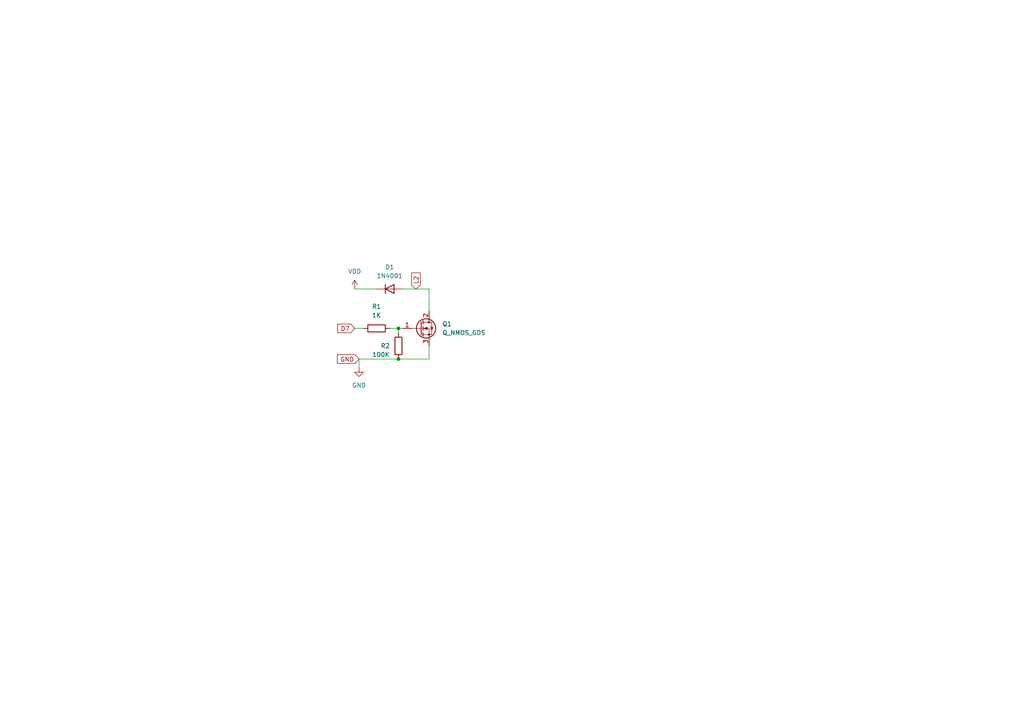
<source format=kicad_sch>
(kicad_sch (version 20230121) (generator eeschema)
  (paper "A4")
  (lib_symbols
    (symbol "Device:Q_NMOS_GDS" (pin_names (offset 0) hide)
      (property "Reference" "Q" (at 5.08 1.27 0))
      (property "Value" "Q_NMOS_GDS" (at 5.08 -1.27 0))
      (symbol "Q_NMOS_GDS_0_1"
        (polyline (pts (xy 0.254 0) (xy -2.54 0)))
        (polyline (pts (xy 0.254 1.905) (xy 0.254 -1.905)) (stroke (width 0.254)))
        (polyline (pts (xy 0.762 -1.27) (xy 0.762 -2.286)) (stroke (width 0.254)))
        (polyline (pts (xy 0.762 0.508) (xy 0.762 -0.508)) (stroke (width 0.254)))
        (polyline (pts (xy 0.762 2.286) (xy 0.762 1.27)) (stroke (width 0.254)))
        (polyline (pts (xy 2.54 2.54) (xy 2.54 1.778)))
        (polyline (pts (xy 2.54 -2.54) (xy 2.54 0) (xy 0.762 0)))
        (polyline (pts (xy 0.762 -1.778) (xy 3.302 -1.778) (xy 3.302 1.778) (xy 0.762 1.778)))
        (polyline (pts (xy 1.016 0) (xy 2.032 0.381) (xy 2.032 -0.381) (xy 1.016 0)) (fill (type outline)))
        (polyline (pts (xy 2.794 0.508) (xy 2.921 0.381) (xy 3.683 0.381) (xy 3.81 0.254)))
        (polyline (pts (xy 3.302 0.381) (xy 2.921 -0.254) (xy 3.683 -0.254) (xy 3.302 0.381)))
        (circle (center 1.651 0) (radius 2.794) (stroke (width 0.254)))
        (circle (center 2.54 -1.778) (radius 0.254) (fill (type outline)))
        (circle (center 2.54 1.778) (radius 0.254) (fill (type outline)))
      )
      (symbol "Q_NMOS_GDS_1_1"
        (pin input line (at -5.08 0 0) (length 2.54) (name "G") (number "1"))
        (pin passive line (at 2.54 5.08 270) (length 2.54) (name "D") (number "2"))
        (pin passive line (at 2.54 -5.08 90) (length 2.54) (name "S") (number "3"))
      )
    )
    (symbol "Device:R" (pin_numbers hide) (pin_names (offset 0))
      (property "Reference" "R" (at 2.032 0 90))
      (property "Value" "R" (at 0 0 90))
      (symbol "R_0_1"
        (rectangle (start -1.016 -2.54) (end 1.016 2.54) (stroke (width 0.254)))
      )
      (symbol "R_1_1"
        (pin passive line (at 0 3.81 270) (length 1.27) (name "~") (number "1"))
        (pin passive line (at 0 -3.81 90) (length 1.27) (name "~") (number "2"))
      )
    )
    (symbol "Diode:1N4001" (pin_numbers hide) (pin_names hide)
      (property "Reference" "D" (at 0 2.54 0))
      (property "Value" "1N4001" (at 0 -2.54 0))
      (symbol "1N4001_0_1"
        (polyline (pts (xy -1.27 1.27) (xy -1.27 -1.27)) (stroke (width 0.254)))
        (polyline (pts (xy 1.27 0) (xy -1.27 0)))
        (polyline (pts (xy 1.27 1.27) (xy 1.27 -1.27) (xy -1.27 0) (xy 1.27 1.27)) (stroke (width 0.254)))
      )
      (symbol "1N4001_1_1"
        (pin passive line (at -3.81 0 0) (length 2.54) (name "K") (number "1"))
        (pin passive line (at 3.81 0 180) (length 2.54) (name "A") (number "2"))
      )
    )
    (symbol "power:GND" (power) (pin_names (offset 0))
      (property "Value" "GND" (at 0 -3.81 0))
      (symbol "GND_0_1"
        (polyline (pts (xy 0 0) (xy 0 -1.27) (xy 1.27 -1.27) (xy 0 -2.54) (xy -1.27 -1.27) (xy 0 -1.27)))
      )
      (symbol "GND_1_1"
        (pin power_in line (at 0 0 270) (length 0) hide (name "GND") (number "1"))
      )
    )
    (symbol "power:VDD" (power) (pin_names (offset 0))
      (property "Value" "VDD" (at 0 3.81 0))
      (symbol "VDD_0_1"
        (polyline (pts (xy -0.762 1.27) (xy 0 2.54)))
        (polyline (pts (xy 0 0) (xy 0 2.54)))
        (polyline (pts (xy 0 2.54) (xy 0.762 1.27)))
      )
      (symbol "VDD_1_1"
        (pin power_in line (at 0 0 90) (length 0) hide (name "VDD") (number "1"))
      )
    )
  )
  (junction (at 115.57 104.14))
  (junction (at 115.57 95.25))
  (wire (pts (xy 115.57 104.14) (xy 124.46 104.14)))
  (wire (pts (xy 104.14 104.14) (xy 115.57 104.14)))
  (wire (pts (xy 115.57 95.25) (xy 116.84 95.25)))
  (wire (pts (xy 124.46 100.33) (xy 124.46 104.14)))
  (wire (pts (xy 102.87 95.25) (xy 105.41 95.25)))
  (wire (pts (xy 102.87 83.82) (xy 109.22 83.82)))
  (wire (pts (xy 124.46 83.82) (xy 124.46 90.17)))
  (wire (pts (xy 113.03 95.25) (xy 115.57 95.25)))
  (wire (pts (xy 116.84 83.82) (xy 124.46 83.82)))
  (wire (pts (xy 115.57 95.25) (xy 115.57 96.52)))
  (wire (pts (xy 104.14 106.68) (xy 104.14 104.14)))
  (global_label "D7" (shape input) (at 102.87 95.25 180) (property "Intersheetrefs" "${INTERSHEET_REFS}" (effects hide)))
  (global_label "GND" (shape input) (at 104.14 104.14 180) (property "Intersheetrefs" "${INTERSHEET_REFS}" (effects hide)))
  (global_label "L2" (shape input) (at 120.65 83.82 90) (property "Intersheetrefs" "${INTERSHEET_REFS}" (effects hide)))
  (symbol (lib_id "Device:R") (at 115.57 100.33 180) (unit 1)
    (property "Reference" "R2" (at 111.76 100.33 0))
    (property "Value" "100K" (at 110.49 102.87 0))
    (property "Footprint" "Resistor_THT:R_Axial_DIN0207_L6.3mm_D2.5mm_P7.62mm_Horizontal" (effects hide))
  )
  (symbol (lib_id "Diode:1N4001") (at 113.03 83.82 0) (unit 1)
    (property "Reference" "D1" (at 113.03 77.47 0))
    (property "Value" "1N4001" (at 113.03 80.01 0))
    (property "Footprint" "Diode_THT:D_DO-41_SOD81_P10.16mm_Horizontal" (effects hide))
    (property "Datasheet" "http://www.vishay.com/docs/88503/1n4001.pdf" (effects hide))
    (property "Sim.Device" "D" (effects hide))
    (property "Sim.Pins" "1=K 2=A" (effects hide))
  )
  (symbol (lib_id "power:VDD") (at 102.87 83.82 0) (unit 1)
    (property "Reference" "#PWR02" (effects hide))
    (property "Value" "VDD" (at 102.87 78.74 0))
    (property "Footprint" "MountingHole:MountingHole_2.2mm_M2_ISO7380_Pad" (effects hide))
  )
  (symbol (lib_id "power:GND") (at 104.14 106.68 0) (mirror y) (unit 1)
    (property "Reference" "#PWR01" (effects hide))
    (property "Value" "GND" (at 104.14 111.76 0))
    (property "Footprint" "MountingHole:MountingHole_2.2mm_M2_ISO7380_Pad" (effects hide))
  )
  (symbol (lib_id "Device:R") (at 109.22 95.25 90) (unit 1)
    (property "Reference" "R1" (at 109.22 88.9 90))
    (property "Value" "1K" (at 109.22 91.44 90))
    (property "Footprint" "Resistor_THT:R_Axial_DIN0207_L6.3mm_D2.5mm_P7.62mm_Horizontal" (effects hide))
  )
  (symbol (lib_id "Device:Q_NMOS_GDS") (at 121.92 95.25 0) (unit 1)
    (property "Reference" "Q1" (at 128.27 93.98 0) (effects (justify left)))
    (property "Value" "Q_NMOS_GDS" (at 128.27 96.52 0) (effects (justify left)))
    (property "Footprint" "Package_TO_SOT_THT:TO-220-3_Vertical" (effects hide))
    (property "Datasheet" "https://www.vishay.com/docs/91300/irl540.pdf" (effects hide))
  )
)
</source>
